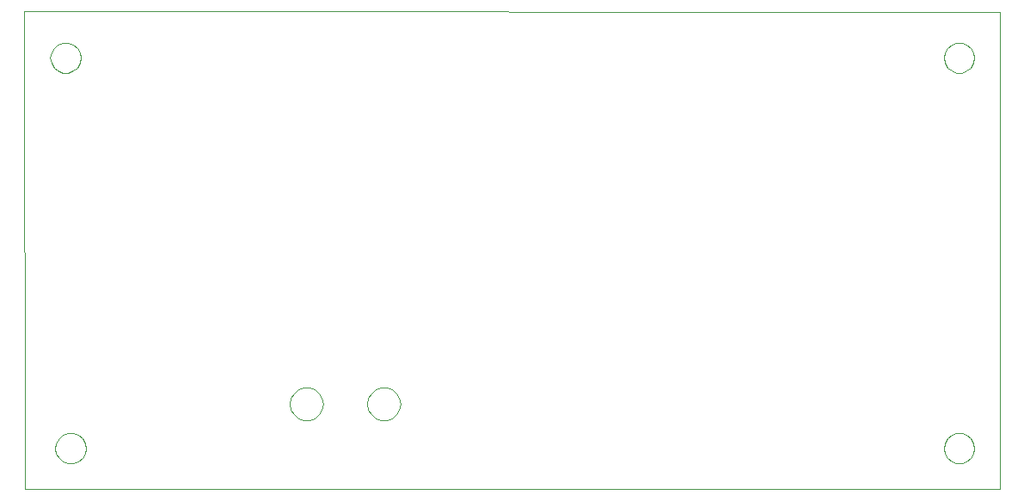
<source format=gbr>
G75*
G70*
%OFA0B0*%
%FSLAX24Y24*%
%IPPOS*%
%LPD*%
%AMOC8*
5,1,8,0,0,1.08239X$1,22.5*
%
%ADD10C,0.0000*%
D10*
X003675Y002109D02*
X003655Y020633D01*
X041470Y020613D01*
X041470Y002109D01*
X003675Y002109D01*
X004856Y003684D02*
X004892Y003886D01*
X004994Y004064D01*
X005151Y004196D01*
X005344Y004266D01*
X005550Y004266D01*
X005742Y004196D01*
X005900Y004064D01*
X006002Y003886D01*
X006038Y003684D01*
X006002Y003482D01*
X005900Y003304D01*
X005743Y003172D01*
X005550Y003102D01*
X005344Y003102D01*
X005151Y003172D01*
X004994Y003304D01*
X004892Y003482D01*
X004856Y003684D01*
X013950Y005414D02*
X013989Y005633D01*
X014100Y005825D01*
X014270Y005968D01*
X014479Y006044D01*
X014701Y006044D01*
X014910Y005968D01*
X015080Y005825D01*
X015191Y005633D01*
X015230Y005414D01*
X015191Y005195D01*
X015080Y005003D01*
X014910Y004860D01*
X014701Y004784D01*
X014479Y004784D01*
X014270Y004860D01*
X014100Y005003D01*
X013989Y005195D01*
X013950Y005414D01*
X016950Y005414D02*
X016989Y005633D01*
X017100Y005825D01*
X017270Y005968D01*
X017479Y006044D01*
X017701Y006044D01*
X017910Y005968D01*
X018080Y005825D01*
X018191Y005633D01*
X018230Y005414D01*
X018191Y005195D01*
X018080Y005003D01*
X017910Y004860D01*
X017701Y004784D01*
X017479Y004784D01*
X017270Y004860D01*
X017100Y005003D01*
X016989Y005195D01*
X016950Y005414D01*
X039304Y003684D02*
X039340Y003886D01*
X039442Y004064D01*
X039599Y004196D01*
X039792Y004266D01*
X039998Y004266D01*
X040190Y004196D01*
X040348Y004064D01*
X040450Y003886D01*
X040486Y003684D01*
X040450Y003482D01*
X040348Y003304D01*
X040191Y003172D01*
X039998Y003102D01*
X039792Y003102D01*
X039599Y003172D01*
X039442Y003304D01*
X039340Y003482D01*
X039304Y003684D01*
X039304Y018841D02*
X039340Y019043D01*
X039442Y019221D01*
X039599Y019353D01*
X039792Y019423D01*
X039998Y019423D01*
X040190Y019353D01*
X040348Y019221D01*
X040450Y019043D01*
X040486Y018841D01*
X040450Y018639D01*
X040348Y018461D01*
X040191Y018329D01*
X039998Y018259D01*
X039792Y018259D01*
X039599Y018329D01*
X039442Y018461D01*
X039340Y018639D01*
X039304Y018841D01*
X004659Y018841D02*
X004695Y019043D01*
X004797Y019221D01*
X004954Y019353D01*
X005147Y019423D01*
X005353Y019423D01*
X005545Y019353D01*
X005703Y019221D01*
X005805Y019043D01*
X005841Y018841D01*
X005805Y018639D01*
X005703Y018461D01*
X005546Y018329D01*
X005353Y018259D01*
X005147Y018259D01*
X004954Y018329D01*
X004797Y018461D01*
X004695Y018639D01*
X004659Y018841D01*
M02*

</source>
